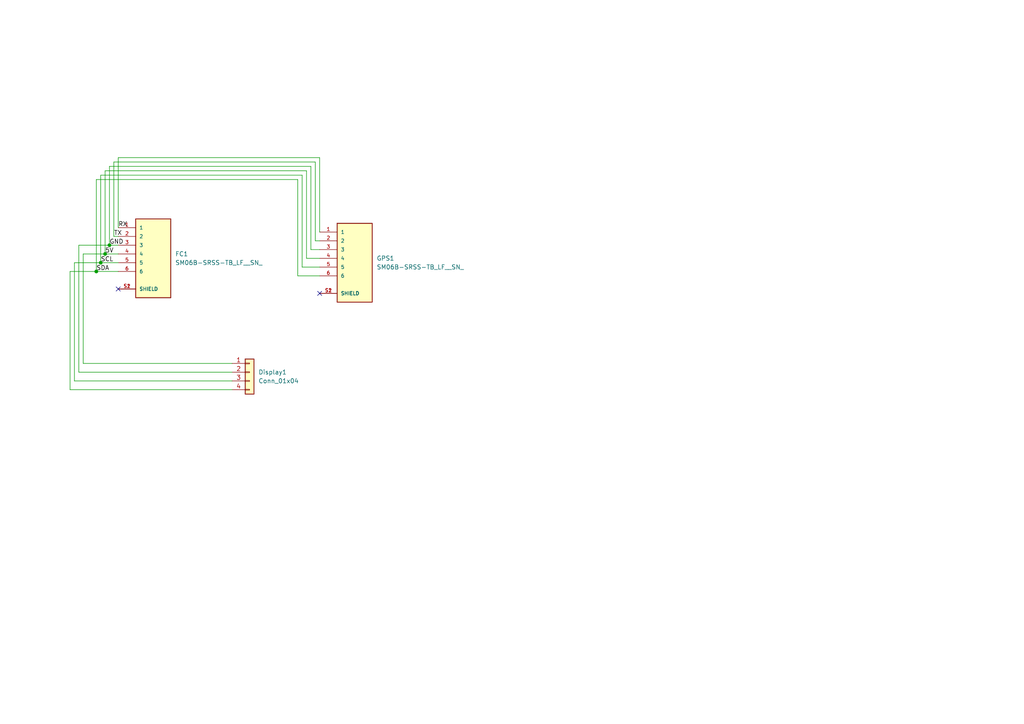
<source format=kicad_sch>
(kicad_sch (version 20250114) (generator "eeschema") (generator_version "9.0")
  (paper "A4")
  (title_block (title "INav GPS&Mag + I2C OLED Display splitter") (date "2025-04-05") (rev "1") (company "matm616"))
  (lib_symbols
    (symbol "Connector_Generic:Conn_01x04" (pin_names (offset 1.016) (hide yes))
      (property "Reference" "J" (at 0 5.08 0))
      (property "Value" "Conn_01x04" (at 0 -7.62 0))
      (symbol "Conn_01x04_1_1"
        (rectangle (start -1.27 3.81) (end 1.27 -6.35) (stroke (width 0.254)) (fill (type background)))
        (rectangle (start -1.27 2.667) (end 0 2.413) (stroke (width 0.1524)))
        (rectangle (start -1.27 0.127) (end 0 -0.127) (stroke (width 0.1524)))
        (rectangle (start -1.27 -2.413) (end 0 -2.667) (stroke (width 0.1524)))
        (rectangle (start -1.27 -4.953) (end 0 -5.207) (stroke (width 0.1524)))
        (pin passive line (at -5.08 2.54 0) (length 3.81) (name "Pin_1") (number "1"))
        (pin passive line (at -5.08 0 0) (length 3.81) (name "Pin_2") (number "2"))
        (pin passive line (at -5.08 -2.54 0) (length 3.81) (name "Pin_3") (number "3"))
        (pin passive line (at -5.08 -5.08 0) (length 3.81) (name "Pin_4") (number "4"))
      )
    )
    (symbol "SM06B-SRSS-TB_LF__SN_:SM06B-SRSS-TB_LF__SN_" (pin_names (offset 1.016))
      (property "Reference" "J" (at -5.08 13.335 0))
      (property "Value" "SM06B-SRSS-TB_LF__SN_" (at -5.08 -12.7 0))
      (symbol "SM06B-SRSS-TB_LF__SN__0_0"
        (rectangle (start -5.08 -10.16) (end 5.08 12.7) (stroke (width 0.254)) (fill (type background)))
        (pin passive line (at -10.16 10.16 0) (length 5.08) (name "1") (number "1"))
        (pin passive line (at -10.16 7.62 0) (length 5.08) (name "2") (number "2"))
        (pin passive line (at -10.16 5.08 0) (length 5.08) (name "3") (number "3"))
        (pin passive line (at -10.16 2.54 0) (length 5.08) (name "4") (number "4"))
        (pin passive line (at -10.16 0 0) (length 5.08) (name "5") (number "5"))
        (pin passive line (at -10.16 -2.54 0) (length 5.08) (name "6") (number "6"))
        (pin passive line (at -10.16 -7.62 0) (length 5.08) (name "SHIELD") (number "S1"))
        (pin passive line (at -10.16 -7.62 0) (length 5.08) (name "SHIELD") (number "S2"))
      )
    )
  )
  (junction (at 29.21 76.2))
  (junction (at 27.94 78.74))
  (junction (at 30.48 73.66))
  (junction (at 31.75 71.12))
  (no_connect (at 34.29 83.82))
  (no_connect (at 92.71 85.09))
  (wire (pts (xy 34.29 45.72) (xy 92.71 45.72)))
  (wire (pts (xy 33.02 68.58) (xy 33.02 46.99)))
  (wire (pts (xy 24.13 73.66) (xy 24.13 105.41)))
  (wire (pts (xy 29.21 50.8) (xy 87.63 50.8)))
  (wire (pts (xy 34.29 66.04) (xy 34.29 45.72)))
  (wire (pts (xy 31.75 71.12) (xy 34.29 71.12)))
  (wire (pts (xy 31.75 71.12) (xy 31.75 48.26)))
  (wire (pts (xy 88.9 74.93) (xy 92.71 74.93)))
  (wire (pts (xy 90.17 48.26) (xy 90.17 72.39)))
  (wire (pts (xy 86.36 52.07) (xy 86.36 80.01)))
  (wire (pts (xy 29.21 76.2) (xy 29.21 50.8)))
  (wire (pts (xy 90.17 72.39) (xy 92.71 72.39)))
  (wire (pts (xy 30.48 73.66) (xy 24.13 73.66)))
  (wire (pts (xy 24.13 105.41) (xy 67.31 105.41)))
  (wire (pts (xy 92.71 45.72) (xy 92.71 67.31)))
  (wire (pts (xy 30.48 73.66) (xy 30.48 49.53)))
  (wire (pts (xy 91.44 46.99) (xy 91.44 69.85)))
  (wire (pts (xy 30.48 49.53) (xy 88.9 49.53)))
  (wire (pts (xy 27.94 78.74) (xy 20.32 78.74)))
  (wire (pts (xy 31.75 71.12) (xy 22.86 71.12)))
  (wire (pts (xy 21.59 110.49) (xy 67.31 110.49)))
  (wire (pts (xy 91.44 69.85) (xy 92.71 69.85)))
  (wire (pts (xy 87.63 50.8) (xy 87.63 77.47)))
  (wire (pts (xy 33.02 46.99) (xy 91.44 46.99)))
  (wire (pts (xy 88.9 49.53) (xy 88.9 74.93)))
  (wire (pts (xy 21.59 76.2) (xy 21.59 110.49)))
  (wire (pts (xy 87.63 77.47) (xy 92.71 77.47)))
  (wire (pts (xy 31.75 48.26) (xy 90.17 48.26)))
  (wire (pts (xy 29.21 76.2) (xy 21.59 76.2)))
  (wire (pts (xy 27.94 78.74) (xy 27.94 52.07)))
  (wire (pts (xy 20.32 78.74) (xy 20.32 113.03)))
  (wire (pts (xy 20.32 113.03) (xy 67.31 113.03)))
  (wire (pts (xy 86.36 80.01) (xy 92.71 80.01)))
  (wire (pts (xy 34.29 68.58) (xy 33.02 68.58)))
  (wire (pts (xy 30.48 73.66) (xy 34.29 73.66)))
  (wire (pts (xy 22.86 107.95) (xy 67.31 107.95)))
  (wire (pts (xy 22.86 71.12) (xy 22.86 107.95)))
  (wire (pts (xy 29.21 76.2) (xy 34.29 76.2)))
  (wire (pts (xy 27.94 52.07) (xy 86.36 52.07)))
  (wire (pts (xy 27.94 78.74) (xy 34.29 78.74)))
  (label "GND" (at 31.75 71.12 0))
  (label "TX" (at 33.02 68.58 0))
  (label "SDA" (at 27.94 78.74 0))
  (label "5V" (at 30.48 73.66 0))
  (label "RX" (at 34.29 66.04 0))
  (label "SCL" (at 29.21 76.2 0))
  (symbol (lib_id "SM06B-SRSS-TB_LF__SN_:SM06B-SRSS-TB_LF__SN_") (at 44.45 76.2 0) (unit 1)
    (property "Reference" "FC1" (at 50.8 73.6599 0) (effects (justify left)))
    (property "Value" "SM06B-SRSS-TB_LF__SN_" (at 50.8 76.1999 0) (effects (justify left)))
    (property "Footprint" "SM06B-SRSS-TB_LF__SN_:JST_SM06B-SRSS-TB_LF__SN_" (effects (hide yes)))
    (property "MF" "JST" (effects (hide yes)))
    (property "Description_1" "CONNECTOR, HEADER, 6POS, 1ROW, 1MM; Connector Systems:Wire-to-Board; Pitch Spacing:1mm; No. of Rows:1Rows; No. of Contacts:6Contacts; Contact Termination Type:Surface Mount Right Angle; Product Range:SR Series RoHS Compliant: Yes" (effects (hide yes)))
    (property "Package" "None" (effects (hide yes)))
    (property "Price" "None" (effects (hide yes)))
    (property "Check_prices" "https://www.snapeda.com/parts/SM06B-SRSS-TB%20(LF)(SN)/JST/view-part/?ref=eda" (effects (hide yes)))
    (property "STANDARD" "Manufacturer Recommendation" (effects (hide yes)))
    (property "SnapEDA_Link" "https://www.snapeda.com/parts/SM06B-SRSS-TB%20(LF)(SN)/JST/view-part/?ref=snap" (effects (hide yes)))
    (property "MP" "SM06B-SRSS-TB (LF)(SN)" (effects (hide yes)))
    (property "Availability" "In Stock" (effects (hide yes)))
    (property "MANUFACTURER" "JST" (effects (hide yes)))
  )
  (symbol (lib_id "Connector_Generic:Conn_01x04") (at 72.39 107.95 0) (unit 1)
    (property "Reference" "Display1" (at 74.93 107.9499 0) (effects (justify left)))
    (property "Value" "Conn_01x04" (at 74.93 110.4899 0) (effects (justify left)))
    (property "Footprint" "Connector_PinHeader_2.54mm:PinHeader_1x04_P2.54mm_Horizontal" (effects (hide yes)))
    (property "Description" "Generic connector, single row, 01x04, script generated (kicad-library-utils/schlib/autogen/connector/)" (effects (hide yes)))
  )
  (symbol (lib_id "SM06B-SRSS-TB_LF__SN_:SM06B-SRSS-TB_LF__SN_") (at 102.87 77.47 0) (unit 1)
    (property "Reference" "GPS1" (at 109.22 74.9299 0) (effects (justify left)))
    (property "Value" "SM06B-SRSS-TB_LF__SN_" (at 109.22 77.4699 0) (effects (justify left)))
    (property "Footprint" "SM06B-SRSS-TB_LF__SN_:JST_SM06B-SRSS-TB_LF__SN_" (effects (hide yes)))
    (property "MF" "JST" (effects (hide yes)))
    (property "Description_1" "CONNECTOR, HEADER, 6POS, 1ROW, 1MM; Connector Systems:Wire-to-Board; Pitch Spacing:1mm; No. of Rows:1Rows; No. of Contacts:6Contacts; Contact Termination Type:Surface Mount Right Angle; Product Range:SR Series RoHS Compliant: Yes" (effects (hide yes)))
    (property "Package" "None" (effects (hide yes)))
    (property "Price" "None" (effects (hide yes)))
    (property "Check_prices" "https://www.snapeda.com/parts/SM06B-SRSS-TB%20(LF)(SN)/JST/view-part/?ref=eda" (effects (hide yes)))
    (property "STANDARD" "Manufacturer Recommendation" (effects (hide yes)))
    (property "SnapEDA_Link" "https://www.snapeda.com/parts/SM06B-SRSS-TB%20(LF)(SN)/JST/view-part/?ref=snap" (effects (hide yes)))
    (property "MP" "SM06B-SRSS-TB (LF)(SN)" (effects (hide yes)))
    (property "Availability" "In Stock" (effects (hide yes)))
    (property "MANUFACTURER" "JST" (effects (hide yes)))
  )
)
</source>
